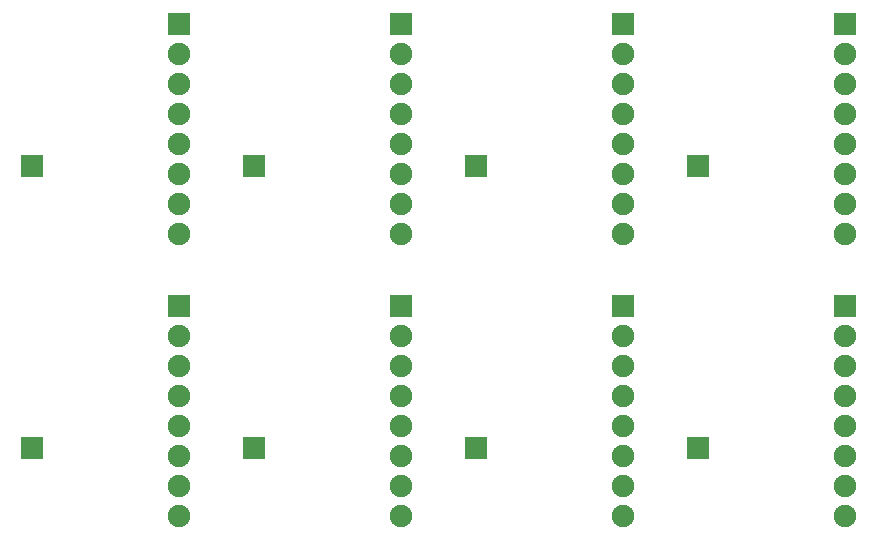
<source format=gbs>
G04 #@! TF.FileFunction,Soldermask,Bot*
%FSLAX46Y46*%
G04 Gerber Fmt 4.6, Leading zero omitted, Abs format (unit mm)*
G04 Created by KiCad (PCBNEW 4.0.5+dfsg1-4) date Fri Mar 30 22:23:14 2018*
%MOMM*%
%LPD*%
G01*
G04 APERTURE LIST*
%ADD10C,0.100000*%
%ADD11R,1.900000X1.900000*%
%ADD12O,1.900000X1.900000*%
G04 APERTURE END LIST*
D10*
D11*
X172466000Y-79502000D03*
D12*
X172466000Y-82042000D03*
X172466000Y-84582000D03*
X172466000Y-87122000D03*
X172466000Y-89662000D03*
X172466000Y-92202000D03*
X172466000Y-94742000D03*
X172466000Y-97282000D03*
D11*
X172466000Y-55626000D03*
D12*
X172466000Y-58166000D03*
X172466000Y-60706000D03*
X172466000Y-63246000D03*
X172466000Y-65786000D03*
X172466000Y-68326000D03*
X172466000Y-70866000D03*
X172466000Y-73406000D03*
D11*
X160020000Y-91567000D03*
X160020000Y-67691000D03*
X153670000Y-79502000D03*
D12*
X153670000Y-82042000D03*
X153670000Y-84582000D03*
X153670000Y-87122000D03*
X153670000Y-89662000D03*
X153670000Y-92202000D03*
X153670000Y-94742000D03*
X153670000Y-97282000D03*
D11*
X153670000Y-55626000D03*
D12*
X153670000Y-58166000D03*
X153670000Y-60706000D03*
X153670000Y-63246000D03*
X153670000Y-65786000D03*
X153670000Y-68326000D03*
X153670000Y-70866000D03*
X153670000Y-73406000D03*
D11*
X141224000Y-67691000D03*
X141224000Y-91567000D03*
X134874000Y-55626000D03*
D12*
X134874000Y-58166000D03*
X134874000Y-60706000D03*
X134874000Y-63246000D03*
X134874000Y-65786000D03*
X134874000Y-68326000D03*
X134874000Y-70866000D03*
X134874000Y-73406000D03*
D11*
X134874000Y-79502000D03*
D12*
X134874000Y-82042000D03*
X134874000Y-84582000D03*
X134874000Y-87122000D03*
X134874000Y-89662000D03*
X134874000Y-92202000D03*
X134874000Y-94742000D03*
X134874000Y-97282000D03*
D11*
X122428000Y-67691000D03*
X122428000Y-91567000D03*
X116078000Y-79502000D03*
D12*
X116078000Y-82042000D03*
X116078000Y-84582000D03*
X116078000Y-87122000D03*
X116078000Y-89662000D03*
X116078000Y-92202000D03*
X116078000Y-94742000D03*
X116078000Y-97282000D03*
D11*
X103632000Y-91567000D03*
X103632000Y-67691000D03*
X116078000Y-55626000D03*
D12*
X116078000Y-58166000D03*
X116078000Y-60706000D03*
X116078000Y-63246000D03*
X116078000Y-65786000D03*
X116078000Y-68326000D03*
X116078000Y-70866000D03*
X116078000Y-73406000D03*
M02*

</source>
